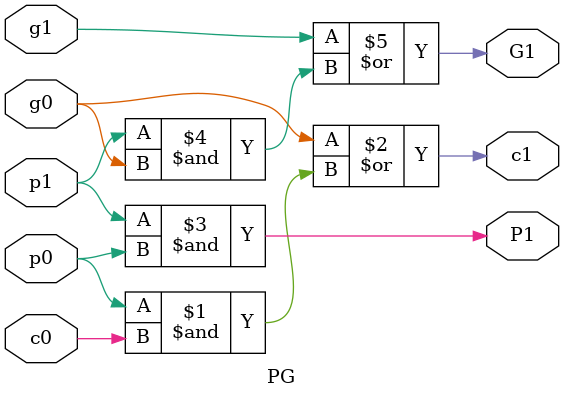
<source format=v>


module PG(
		input p1,
		input p0,
		input g1,
		input g0,
		input c0,
		output c1,

		output P1,
		output G1
	);


	wire c1 = g0|p0&c0;
	wire P1 = p1&p0;
	wire G1 = g1|p1&g0;

endmodule



</source>
